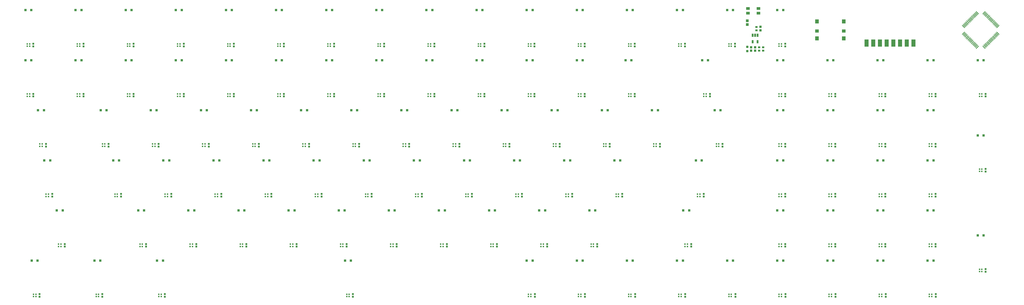
<source format=gtp>
G04*
G04 #@! TF.GenerationSoftware,Altium Limited,CircuitMaker,2.2.1 (2.2.1.6)*
G04*
G04 Layer_Color=7318015*
%FSLAX25Y25*%
%MOIN*%
G70*
G04*
G04 #@! TF.SameCoordinates,51275918-D11F-4CD5-9039-D10E8471D0EB*
G04*
G04*
G04 #@! TF.FilePolarity,Positive*
G04*
G01*
G75*
%ADD17R,0.05512X0.05905*%
%ADD18R,0.05512X0.05118*%
%ADD19R,0.05905X0.10630*%
%ADD20R,0.05315X0.03937*%
%ADD21R,0.03937X0.04134*%
%ADD22R,0.03543X0.03347*%
%ADD23R,0.03543X0.03150*%
%ADD24R,0.02756X0.05118*%
G04:AMPARAMS|DCode=25|XSize=31.5mil|YSize=31.5mil|CornerRadius=3.15mil|HoleSize=0mil|Usage=FLASHONLY|Rotation=0.000|XOffset=0mil|YOffset=0mil|HoleType=Round|Shape=RoundedRectangle|*
%AMROUNDEDRECTD25*
21,1,0.03150,0.02520,0,0,0.0*
21,1,0.02520,0.03150,0,0,0.0*
1,1,0.00630,0.01260,-0.01260*
1,1,0.00630,-0.01260,-0.01260*
1,1,0.00630,-0.01260,0.01260*
1,1,0.00630,0.01260,0.01260*
%
%ADD25ROUNDEDRECTD25*%
G04:AMPARAMS|DCode=26|XSize=9.84mil|YSize=61.02mil|CornerRadius=0mil|HoleSize=0mil|Usage=FLASHONLY|Rotation=135.000|XOffset=0mil|YOffset=0mil|HoleType=Round|Shape=Round|*
%AMOVALD26*
21,1,0.05118,0.00984,0.00000,0.00000,225.0*
1,1,0.00984,0.01810,0.01810*
1,1,0.00984,-0.01810,-0.01810*
%
%ADD26OVALD26*%

G04:AMPARAMS|DCode=27|XSize=9.84mil|YSize=61.02mil|CornerRadius=0mil|HoleSize=0mil|Usage=FLASHONLY|Rotation=225.000|XOffset=0mil|YOffset=0mil|HoleType=Round|Shape=Round|*
%AMOVALD27*
21,1,0.05118,0.00984,0.00000,0.00000,315.0*
1,1,0.00984,-0.01810,0.01810*
1,1,0.00984,0.01810,-0.01810*
%
%ADD27OVALD27*%

%ADD28R,0.02913X0.03071*%
%ADD29R,0.01968X0.01968*%
%ADD30R,0.03268X0.03268*%
D17*
X1318110Y530118D02*
D03*
X1358268D02*
D03*
Y504528D02*
D03*
X1318110D02*
D03*
D18*
Y515551D02*
D03*
X1358268D02*
D03*
D19*
X1402323Y497638D02*
D03*
X1412323D02*
D03*
X1422323D02*
D03*
X1432323D02*
D03*
X1442323D02*
D03*
X1452323D02*
D03*
X1462323D02*
D03*
X1392323D02*
D03*
D20*
X1215158Y542323D02*
D03*
Y549409D02*
D03*
X1230906Y549409D02*
D03*
Y542323D02*
D03*
D21*
X1214173Y525197D02*
D03*
Y531102D02*
D03*
D22*
X1233858Y521850D02*
D03*
Y516732D02*
D03*
X1225984Y491339D02*
D03*
Y486221D02*
D03*
X1220079Y491339D02*
D03*
Y486221D02*
D03*
D23*
X1227953Y521752D02*
D03*
Y516831D02*
D03*
X1231890Y486319D02*
D03*
Y491240D02*
D03*
X1237795D02*
D03*
Y486319D02*
D03*
D24*
X1229724Y499803D02*
D03*
X1222244D02*
D03*
Y509252D02*
D03*
X1225984D02*
D03*
X1229724D02*
D03*
D25*
X1214173Y485630D02*
D03*
Y491929D02*
D03*
D26*
X1568932Y541751D02*
D03*
X1557657Y491502D02*
D03*
X1567540Y543143D02*
D03*
X1585635Y525048D02*
D03*
X1588419Y522264D02*
D03*
X1587027Y523656D02*
D03*
X1584243Y526440D02*
D03*
X1582851Y527832D02*
D03*
X1581459Y529224D02*
D03*
X1580067Y530616D02*
D03*
X1578675Y532008D02*
D03*
X1577283Y533400D02*
D03*
X1575891Y534792D02*
D03*
X1574500Y536184D02*
D03*
X1573108Y537576D02*
D03*
X1571716Y538968D02*
D03*
X1570324Y540359D02*
D03*
X1536778Y512381D02*
D03*
X1538170Y510990D02*
D03*
X1539562Y509597D02*
D03*
X1540954Y508206D02*
D03*
X1542346Y506814D02*
D03*
X1543738Y505422D02*
D03*
X1545130Y504030D02*
D03*
X1546521Y502638D02*
D03*
X1547913Y501246D02*
D03*
X1549305Y499854D02*
D03*
X1550697Y498462D02*
D03*
X1552089Y497070D02*
D03*
X1553481Y495678D02*
D03*
X1554873Y494286D02*
D03*
X1556265Y492894D02*
D03*
D27*
X1538170Y523656D02*
D03*
X1536778Y522264D02*
D03*
X1584243Y508206D02*
D03*
X1567540Y491502D02*
D03*
X1568932Y492894D02*
D03*
X1570324Y494286D02*
D03*
X1571716Y495678D02*
D03*
X1573108Y497070D02*
D03*
X1574500Y498462D02*
D03*
X1575891Y499854D02*
D03*
X1577283Y501246D02*
D03*
X1578675Y502638D02*
D03*
X1580067Y504030D02*
D03*
X1581459Y505422D02*
D03*
X1582851Y506814D02*
D03*
X1585635Y509597D02*
D03*
X1587027Y510990D02*
D03*
X1588419Y512381D02*
D03*
X1557657Y543143D02*
D03*
X1556265Y541751D02*
D03*
X1554873Y540359D02*
D03*
X1553481Y538968D02*
D03*
X1552089Y537576D02*
D03*
X1550697Y536184D02*
D03*
X1549305Y534792D02*
D03*
X1547913Y533400D02*
D03*
X1546521Y532008D02*
D03*
X1545130Y530616D02*
D03*
X1543738Y529224D02*
D03*
X1542346Y527832D02*
D03*
X1540954Y526440D02*
D03*
X1539562Y525048D02*
D03*
D28*
X148721Y496614D02*
D03*
Y492756D02*
D03*
X223524Y496614D02*
D03*
Y492756D02*
D03*
X298327Y496614D02*
D03*
Y492756D02*
D03*
X373130Y496614D02*
D03*
Y492756D02*
D03*
X447933Y496614D02*
D03*
Y492756D02*
D03*
X522736Y496614D02*
D03*
Y492756D02*
D03*
X597539Y496614D02*
D03*
Y492756D02*
D03*
X672342Y496614D02*
D03*
Y492756D02*
D03*
X747146Y496614D02*
D03*
Y492756D02*
D03*
X821949Y496614D02*
D03*
Y492756D02*
D03*
X896752Y496614D02*
D03*
Y492756D02*
D03*
X971555Y496614D02*
D03*
Y492756D02*
D03*
X1046358Y496614D02*
D03*
Y492756D02*
D03*
X1121161Y496614D02*
D03*
Y492756D02*
D03*
X1195965Y496614D02*
D03*
Y492756D02*
D03*
X1270768Y496614D02*
D03*
Y492756D02*
D03*
X148721Y421811D02*
D03*
Y417953D02*
D03*
X223524Y421811D02*
D03*
Y417953D02*
D03*
X298327Y421811D02*
D03*
Y417953D02*
D03*
X373130Y421811D02*
D03*
Y417953D02*
D03*
X447933Y421811D02*
D03*
Y417953D02*
D03*
X522736Y421811D02*
D03*
Y417953D02*
D03*
X597539Y421811D02*
D03*
Y417953D02*
D03*
X672342Y421811D02*
D03*
Y417953D02*
D03*
X747146Y421811D02*
D03*
Y417953D02*
D03*
X821949Y421811D02*
D03*
Y417953D02*
D03*
X896752Y421811D02*
D03*
Y417953D02*
D03*
X971555Y421811D02*
D03*
Y417953D02*
D03*
X1046358Y421811D02*
D03*
Y417953D02*
D03*
X1158563Y421811D02*
D03*
Y417953D02*
D03*
X1270768Y421811D02*
D03*
Y417953D02*
D03*
X1345571Y421811D02*
D03*
Y417953D02*
D03*
X1420374Y421811D02*
D03*
Y417953D02*
D03*
X1495177Y421811D02*
D03*
Y417953D02*
D03*
X1569980Y421811D02*
D03*
Y417953D02*
D03*
X167421Y347008D02*
D03*
Y343150D02*
D03*
X260925Y347008D02*
D03*
Y343150D02*
D03*
X335728Y347008D02*
D03*
Y343150D02*
D03*
X410532Y347008D02*
D03*
Y343150D02*
D03*
X485335Y347008D02*
D03*
Y343150D02*
D03*
X560138Y347008D02*
D03*
Y343150D02*
D03*
X634941Y347008D02*
D03*
Y343150D02*
D03*
X709744Y347008D02*
D03*
Y343150D02*
D03*
X784547Y347008D02*
D03*
Y343150D02*
D03*
X859350Y347008D02*
D03*
Y343150D02*
D03*
X934153Y347008D02*
D03*
Y343150D02*
D03*
X1008957Y347008D02*
D03*
Y343150D02*
D03*
X1083760Y347008D02*
D03*
Y343150D02*
D03*
X1177264Y347008D02*
D03*
Y343150D02*
D03*
X1270768Y347008D02*
D03*
Y343150D02*
D03*
X1345571Y347008D02*
D03*
Y343150D02*
D03*
X1420374Y347008D02*
D03*
Y343150D02*
D03*
X1495177Y347008D02*
D03*
Y343150D02*
D03*
X1569980Y309606D02*
D03*
Y305748D02*
D03*
X176772Y272205D02*
D03*
Y268347D02*
D03*
X279626Y272205D02*
D03*
Y268347D02*
D03*
X354429Y272205D02*
D03*
Y268347D02*
D03*
X429232Y272205D02*
D03*
Y268347D02*
D03*
X504035Y272205D02*
D03*
Y268347D02*
D03*
X578839Y272205D02*
D03*
Y268347D02*
D03*
X653642Y272205D02*
D03*
Y268347D02*
D03*
X728445Y272205D02*
D03*
Y268347D02*
D03*
X803228Y272205D02*
D03*
Y268347D02*
D03*
X878051Y272205D02*
D03*
Y268347D02*
D03*
X952854Y272205D02*
D03*
Y268347D02*
D03*
X1027658Y272205D02*
D03*
Y268347D02*
D03*
X1149213Y272205D02*
D03*
Y268347D02*
D03*
X1270768Y272205D02*
D03*
Y268347D02*
D03*
X1345571Y272205D02*
D03*
Y268347D02*
D03*
X1420374Y272205D02*
D03*
Y268347D02*
D03*
X1495177Y272205D02*
D03*
Y268347D02*
D03*
X195472Y197402D02*
D03*
Y193543D02*
D03*
X317028Y197402D02*
D03*
Y193543D02*
D03*
X391831Y197402D02*
D03*
Y193543D02*
D03*
X466634Y197402D02*
D03*
Y193543D02*
D03*
X541437Y197402D02*
D03*
Y193543D02*
D03*
X616240Y197402D02*
D03*
Y193543D02*
D03*
X691043Y197402D02*
D03*
Y193543D02*
D03*
X765846Y197402D02*
D03*
Y193543D02*
D03*
X840650Y197402D02*
D03*
Y193543D02*
D03*
X915453Y197402D02*
D03*
Y193543D02*
D03*
X990256Y197402D02*
D03*
Y193543D02*
D03*
X1130512Y197402D02*
D03*
Y193543D02*
D03*
X1270768Y197402D02*
D03*
Y193543D02*
D03*
X1345571Y197402D02*
D03*
Y193543D02*
D03*
X1420374Y197402D02*
D03*
Y193543D02*
D03*
X1495177Y197402D02*
D03*
Y193543D02*
D03*
X1569980Y160000D02*
D03*
Y156142D02*
D03*
X158071Y122598D02*
D03*
Y118740D02*
D03*
X251575Y122598D02*
D03*
Y118740D02*
D03*
X345079Y122598D02*
D03*
Y118740D02*
D03*
X625591Y122598D02*
D03*
Y118740D02*
D03*
X897244Y122598D02*
D03*
Y118740D02*
D03*
X972047Y122598D02*
D03*
Y118740D02*
D03*
X1046850Y122598D02*
D03*
Y118740D02*
D03*
X1121653Y122598D02*
D03*
Y118740D02*
D03*
X1196457Y122598D02*
D03*
Y118740D02*
D03*
X1271260Y122598D02*
D03*
Y118740D02*
D03*
X1346063Y122598D02*
D03*
Y118740D02*
D03*
X1420866Y122598D02*
D03*
Y118740D02*
D03*
X1495669Y122598D02*
D03*
Y118740D02*
D03*
D29*
X1186811Y118898D02*
D03*
X1261614D02*
D03*
X1336417D02*
D03*
X1411220D02*
D03*
X1336417Y193701D02*
D03*
X1411220D02*
D03*
X1486024D02*
D03*
X1560827Y156299D02*
D03*
X148917Y118898D02*
D03*
X335925D02*
D03*
X616437D02*
D03*
X887598D02*
D03*
X962402D02*
D03*
X1037205D02*
D03*
X1112008D02*
D03*
X307874Y193701D02*
D03*
X382677D02*
D03*
X457480D02*
D03*
X532283D02*
D03*
X607087D02*
D03*
X681890D02*
D03*
X756693D02*
D03*
X831496D02*
D03*
X906299D02*
D03*
X981102D02*
D03*
X1121358D02*
D03*
X1261614D02*
D03*
X644488Y268504D02*
D03*
X719291D02*
D03*
X794095D02*
D03*
X868898D02*
D03*
X943701D02*
D03*
X1018504D02*
D03*
X1140059D02*
D03*
X1261614D02*
D03*
X1336417D02*
D03*
X1411220D02*
D03*
X1486024D02*
D03*
X186319Y193701D02*
D03*
X1168110Y343307D02*
D03*
X1261614D02*
D03*
X1336417D02*
D03*
X1411220D02*
D03*
X1486024D02*
D03*
X1560827Y305906D02*
D03*
X167618Y268504D02*
D03*
X270472D02*
D03*
X345276D02*
D03*
X420079D02*
D03*
X494882D02*
D03*
X569685D02*
D03*
X251772Y343307D02*
D03*
X326575D02*
D03*
X401378D02*
D03*
X476181D02*
D03*
X550984D02*
D03*
X625787D02*
D03*
X700591D02*
D03*
X775394D02*
D03*
X850197D02*
D03*
X925000D02*
D03*
X999803D02*
D03*
X1074606D02*
D03*
X737992Y418110D02*
D03*
X812795D02*
D03*
X887598D02*
D03*
X962402D02*
D03*
X1037205D02*
D03*
X1149409D02*
D03*
X1261614D02*
D03*
X1336417D02*
D03*
X1411220D02*
D03*
X1486024D02*
D03*
X1560827D02*
D03*
X158268Y343307D02*
D03*
X1037205Y492913D02*
D03*
X1112008D02*
D03*
X1186811D02*
D03*
X1261614D02*
D03*
X139567Y418110D02*
D03*
X289173D02*
D03*
X363976D02*
D03*
X438779D02*
D03*
X513583D02*
D03*
X588386D02*
D03*
X663189D02*
D03*
X139567Y492913D02*
D03*
X214370D02*
D03*
X289173D02*
D03*
X363976D02*
D03*
X438779D02*
D03*
X513583D02*
D03*
X588386D02*
D03*
X663189D02*
D03*
X737992D02*
D03*
X812795D02*
D03*
X887598D02*
D03*
X962402D02*
D03*
X1486024Y118898D02*
D03*
X242421D02*
D03*
X214370Y418110D02*
D03*
X1489567Y122441D02*
D03*
X217913Y421654D02*
D03*
X214370D02*
D03*
X217913Y418110D02*
D03*
X245965Y122441D02*
D03*
X242421D02*
D03*
X245965Y118898D02*
D03*
X1486024Y122441D02*
D03*
X1489567Y118898D02*
D03*
X965945Y496457D02*
D03*
X962402D02*
D03*
X965945Y492913D02*
D03*
X891142Y496457D02*
D03*
X887598D02*
D03*
X891142Y492913D02*
D03*
X816339Y496457D02*
D03*
X812795D02*
D03*
X816339Y492913D02*
D03*
X741535Y496457D02*
D03*
X737992D02*
D03*
X741535Y492913D02*
D03*
X666732Y496457D02*
D03*
X663189D02*
D03*
X666732Y492913D02*
D03*
X591929Y496457D02*
D03*
X588386D02*
D03*
X591929Y492913D02*
D03*
X517126Y496457D02*
D03*
X513583D02*
D03*
X517126Y492913D02*
D03*
X442323Y496457D02*
D03*
X438779D02*
D03*
X442323Y492913D02*
D03*
X367520Y496457D02*
D03*
X363976D02*
D03*
X367520Y492913D02*
D03*
X292717Y496457D02*
D03*
X289173D02*
D03*
X292717Y492913D02*
D03*
X217913Y496457D02*
D03*
X214370D02*
D03*
X217913Y492913D02*
D03*
X143110Y496457D02*
D03*
X139567D02*
D03*
X143110Y492913D02*
D03*
X666732Y421654D02*
D03*
X663189D02*
D03*
X666732Y418110D02*
D03*
X591929Y421654D02*
D03*
X588386D02*
D03*
X591929Y418110D02*
D03*
X517126Y421654D02*
D03*
X513583D02*
D03*
X517126Y418110D02*
D03*
X442323Y421654D02*
D03*
X438779D02*
D03*
X442323Y418110D02*
D03*
X367520Y421654D02*
D03*
X363976D02*
D03*
X367520Y418110D02*
D03*
X292717Y421654D02*
D03*
X289173D02*
D03*
X292717Y418110D02*
D03*
X143110Y421654D02*
D03*
X139567D02*
D03*
X143110Y418110D02*
D03*
X1265158Y496457D02*
D03*
X1261614D02*
D03*
X1265158Y492913D02*
D03*
X1190354Y496457D02*
D03*
X1186811D02*
D03*
X1190354Y492913D02*
D03*
X1115551Y496457D02*
D03*
X1112008D02*
D03*
X1115551Y492913D02*
D03*
X1040748Y496457D02*
D03*
X1037205D02*
D03*
X1040748Y492913D02*
D03*
X161811Y346850D02*
D03*
X158268D02*
D03*
X161811Y343307D02*
D03*
X1564370Y421654D02*
D03*
X1560827D02*
D03*
X1564370Y418110D02*
D03*
X1489567Y421654D02*
D03*
X1486024D02*
D03*
X1489567Y418110D02*
D03*
X1414764Y421654D02*
D03*
X1411220D02*
D03*
X1414764Y418110D02*
D03*
X1339961Y421654D02*
D03*
X1336417D02*
D03*
X1339961Y418110D02*
D03*
X1265158Y421654D02*
D03*
X1261614D02*
D03*
X1265158Y418110D02*
D03*
X1152953Y421654D02*
D03*
X1149409D02*
D03*
X1152953Y418110D02*
D03*
X1040748Y421654D02*
D03*
X1037205D02*
D03*
X1040748Y418110D02*
D03*
X965945Y421654D02*
D03*
X962402D02*
D03*
X965945Y418110D02*
D03*
X891142Y421654D02*
D03*
X887598D02*
D03*
X891142Y418110D02*
D03*
X816339Y421654D02*
D03*
X812795D02*
D03*
X816339Y418110D02*
D03*
X741535Y421654D02*
D03*
X737992D02*
D03*
X741535Y418110D02*
D03*
X1078150Y346850D02*
D03*
X1074606D02*
D03*
X1078150Y343307D02*
D03*
X1003347Y346850D02*
D03*
X999803D02*
D03*
X1003347Y343307D02*
D03*
X928543Y346850D02*
D03*
X925000D02*
D03*
X928543Y343307D02*
D03*
X853740Y346850D02*
D03*
X850197D02*
D03*
X853740Y343307D02*
D03*
X778937Y346850D02*
D03*
X775394D02*
D03*
X778937Y343307D02*
D03*
X704134Y346850D02*
D03*
X700591D02*
D03*
X704134Y343307D02*
D03*
X629331Y346850D02*
D03*
X625787D02*
D03*
X629331Y343307D02*
D03*
X554528Y346850D02*
D03*
X550984D02*
D03*
X554528Y343307D02*
D03*
X479724Y346850D02*
D03*
X476181D02*
D03*
X479724Y343307D02*
D03*
X404921Y346850D02*
D03*
X401378D02*
D03*
X404921Y343307D02*
D03*
X330118Y346850D02*
D03*
X326575D02*
D03*
X330118Y343307D02*
D03*
X255315Y346850D02*
D03*
X251772D02*
D03*
X255315Y343307D02*
D03*
X573228Y272047D02*
D03*
X569685D02*
D03*
X573228Y268504D02*
D03*
X498425Y272047D02*
D03*
X494882D02*
D03*
X498425Y268504D02*
D03*
X423622Y272047D02*
D03*
X420079D02*
D03*
X423622Y268504D02*
D03*
X348819Y272047D02*
D03*
X345276D02*
D03*
X348819Y268504D02*
D03*
X274016Y272047D02*
D03*
X270472D02*
D03*
X274016Y268504D02*
D03*
X171161Y272047D02*
D03*
X167618D02*
D03*
X171161Y268504D02*
D03*
X1564370Y309449D02*
D03*
X1560827D02*
D03*
X1564370Y305906D02*
D03*
X1489567Y346850D02*
D03*
X1486024D02*
D03*
X1489567Y343307D02*
D03*
X1414764Y346850D02*
D03*
X1411220D02*
D03*
X1414764Y343307D02*
D03*
X1339961Y346850D02*
D03*
X1336417D02*
D03*
X1339961Y343307D02*
D03*
X1265158Y346850D02*
D03*
X1261614D02*
D03*
X1265158Y343307D02*
D03*
X1171653Y346850D02*
D03*
X1168110D02*
D03*
X1171653Y343307D02*
D03*
X189862Y197244D02*
D03*
X186319D02*
D03*
X189862Y193701D02*
D03*
X1489567Y272047D02*
D03*
X1486024D02*
D03*
X1489567Y268504D02*
D03*
X1414764Y272047D02*
D03*
X1411220D02*
D03*
X1414764Y268504D02*
D03*
X1339961Y272047D02*
D03*
X1336417D02*
D03*
X1339961Y268504D02*
D03*
X1265158Y272047D02*
D03*
X1261614D02*
D03*
X1265158Y268504D02*
D03*
X1143602Y272047D02*
D03*
X1140059D02*
D03*
X1143602Y268504D02*
D03*
X1022047Y272047D02*
D03*
X1018504D02*
D03*
X1022047Y268504D02*
D03*
X947244Y272047D02*
D03*
X943701D02*
D03*
X947244Y268504D02*
D03*
X872441Y272047D02*
D03*
X868898D02*
D03*
X872441Y268504D02*
D03*
X797638Y272047D02*
D03*
X794095D02*
D03*
X797638Y268504D02*
D03*
X722835Y272047D02*
D03*
X719291D02*
D03*
X722835Y268504D02*
D03*
X648032Y272047D02*
D03*
X644488D02*
D03*
X648032Y268504D02*
D03*
X1265158Y197244D02*
D03*
X1261614D02*
D03*
X1265158Y193701D02*
D03*
X1124902Y197244D02*
D03*
X1121358D02*
D03*
X1124902Y193701D02*
D03*
X984646Y197244D02*
D03*
X981102D02*
D03*
X984646Y193701D02*
D03*
X909842Y197244D02*
D03*
X906299D02*
D03*
X909842Y193701D02*
D03*
X835039Y197244D02*
D03*
X831496D02*
D03*
X835039Y193701D02*
D03*
X760236Y197244D02*
D03*
X756693D02*
D03*
X760236Y193701D02*
D03*
X685433Y197244D02*
D03*
X681890D02*
D03*
X685433Y193701D02*
D03*
X610630Y197244D02*
D03*
X607087D02*
D03*
X610630Y193701D02*
D03*
X535827Y197244D02*
D03*
X532283D02*
D03*
X535827Y193701D02*
D03*
X461024Y197244D02*
D03*
X457480D02*
D03*
X461024Y193701D02*
D03*
X386221Y197244D02*
D03*
X382677D02*
D03*
X386221Y193701D02*
D03*
X311417Y197244D02*
D03*
X307874D02*
D03*
X311417Y193701D02*
D03*
X1115551Y122441D02*
D03*
X1112008D02*
D03*
X1115551Y118898D02*
D03*
X1040748Y122441D02*
D03*
X1037205D02*
D03*
X1040748Y118898D02*
D03*
X965945Y122441D02*
D03*
X962402D02*
D03*
X965945Y118898D02*
D03*
X891142Y122441D02*
D03*
X887598D02*
D03*
X891142Y118898D02*
D03*
X619980Y122441D02*
D03*
X616437D02*
D03*
X619980Y118898D02*
D03*
X339469Y122441D02*
D03*
X335925D02*
D03*
X339469Y118898D02*
D03*
X152461Y122441D02*
D03*
X148917D02*
D03*
X152461Y118898D02*
D03*
X1564370Y159843D02*
D03*
X1560827D02*
D03*
X1564370Y156299D02*
D03*
X1489567Y197244D02*
D03*
X1486024D02*
D03*
X1489567Y193701D02*
D03*
X1414764Y197244D02*
D03*
X1411220D02*
D03*
X1414764Y193701D02*
D03*
X1339961Y197244D02*
D03*
X1336417D02*
D03*
X1339961Y193701D02*
D03*
X1414764Y122441D02*
D03*
X1411220D02*
D03*
X1414764Y118898D02*
D03*
X1339961Y122441D02*
D03*
X1336417D02*
D03*
X1339961Y118898D02*
D03*
X1265158Y122441D02*
D03*
X1261614D02*
D03*
X1265158Y118898D02*
D03*
X1190354Y122441D02*
D03*
X1186811D02*
D03*
X1190354Y118898D02*
D03*
D30*
X155079Y172835D02*
D03*
X146299D02*
D03*
X1267776Y546850D02*
D03*
X1258996D02*
D03*
X1192972D02*
D03*
X1184193D02*
D03*
X1118169D02*
D03*
X1109390D02*
D03*
X1043366D02*
D03*
X1034587D02*
D03*
X968563D02*
D03*
X959783D02*
D03*
X893760D02*
D03*
X884980D02*
D03*
X818957D02*
D03*
X810177D02*
D03*
X744153D02*
D03*
X735374D02*
D03*
X669350D02*
D03*
X660571D02*
D03*
X594547D02*
D03*
X585768D02*
D03*
X519744D02*
D03*
X510965D02*
D03*
X444941D02*
D03*
X436161D02*
D03*
X370138D02*
D03*
X361358D02*
D03*
X295335D02*
D03*
X286555D02*
D03*
X220532D02*
D03*
X211752D02*
D03*
X145728D02*
D03*
X136949D02*
D03*
X1566988Y472047D02*
D03*
X1558209D02*
D03*
X1492185D02*
D03*
X1483405D02*
D03*
X1417382D02*
D03*
X1408602D02*
D03*
X1342579D02*
D03*
X1333799D02*
D03*
X1267776D02*
D03*
X1258996D02*
D03*
X1155571D02*
D03*
X1146791D02*
D03*
X1041398D02*
D03*
X1032618D02*
D03*
X968563D02*
D03*
X959783D02*
D03*
X893760D02*
D03*
X884980D02*
D03*
X818957D02*
D03*
X810177D02*
D03*
X744153D02*
D03*
X735374D02*
D03*
X669350D02*
D03*
X660571D02*
D03*
X594547D02*
D03*
X585768D02*
D03*
X519744D02*
D03*
X510965D02*
D03*
X444941D02*
D03*
X436161D02*
D03*
X370138D02*
D03*
X361358D02*
D03*
X295335D02*
D03*
X286555D02*
D03*
X220532D02*
D03*
X211752D02*
D03*
X145728D02*
D03*
X136949D02*
D03*
X1566988Y359842D02*
D03*
X1558209D02*
D03*
X1492185Y397244D02*
D03*
X1483405D02*
D03*
X1417382D02*
D03*
X1408602D02*
D03*
X1342579D02*
D03*
X1333799D02*
D03*
X1267776D02*
D03*
X1258996D02*
D03*
X1174272D02*
D03*
X1165492D02*
D03*
X1080768D02*
D03*
X1071988D02*
D03*
X1005965D02*
D03*
X997185D02*
D03*
X931161D02*
D03*
X922382D02*
D03*
X856358D02*
D03*
X847579D02*
D03*
X781555D02*
D03*
X772776D02*
D03*
X706752D02*
D03*
X697972D02*
D03*
X631949D02*
D03*
X623169D02*
D03*
X557146D02*
D03*
X548366D02*
D03*
X482342D02*
D03*
X473563D02*
D03*
X407539D02*
D03*
X398760D02*
D03*
X332736D02*
D03*
X323957D02*
D03*
X257933D02*
D03*
X249153D02*
D03*
X164429D02*
D03*
X155650D02*
D03*
X1492185Y322441D02*
D03*
X1483405D02*
D03*
X1417382D02*
D03*
X1408602D02*
D03*
X1342579D02*
D03*
X1333799D02*
D03*
X1267776D02*
D03*
X1258996D02*
D03*
X1146220D02*
D03*
X1137441D02*
D03*
X1024665D02*
D03*
X1015886D02*
D03*
X949862D02*
D03*
X941083D02*
D03*
X875059D02*
D03*
X866280D02*
D03*
X800256D02*
D03*
X791476D02*
D03*
X725453D02*
D03*
X716673D02*
D03*
X650650D02*
D03*
X641870D02*
D03*
X575846D02*
D03*
X567067D02*
D03*
X501043D02*
D03*
X492264D02*
D03*
X426240D02*
D03*
X417461D02*
D03*
X351437D02*
D03*
X342657D02*
D03*
X276634D02*
D03*
X267854D02*
D03*
X173779D02*
D03*
X165000D02*
D03*
X1566988Y210236D02*
D03*
X1558209D02*
D03*
X1492185Y247638D02*
D03*
X1483405D02*
D03*
X1417382D02*
D03*
X1408602D02*
D03*
X1342579D02*
D03*
X1333799D02*
D03*
X1267776D02*
D03*
X1258996D02*
D03*
X1127520D02*
D03*
X1118740D02*
D03*
X987264D02*
D03*
X978484D02*
D03*
X912461D02*
D03*
X903681D02*
D03*
X837658D02*
D03*
X828878D02*
D03*
X762854D02*
D03*
X754075D02*
D03*
X688051D02*
D03*
X679272D02*
D03*
X613248D02*
D03*
X604468D02*
D03*
X538445D02*
D03*
X529665D02*
D03*
X463642D02*
D03*
X454862D02*
D03*
X388839D02*
D03*
X380059D02*
D03*
X314035D02*
D03*
X305256D02*
D03*
X192480D02*
D03*
X183701D02*
D03*
X1492185Y172835D02*
D03*
X1483405D02*
D03*
X1417382D02*
D03*
X1408602D02*
D03*
X1342579D02*
D03*
X1333799D02*
D03*
X1267776D02*
D03*
X1258996D02*
D03*
X1192972D02*
D03*
X1184193D02*
D03*
X1118169D02*
D03*
X1109390D02*
D03*
X1043366D02*
D03*
X1034587D02*
D03*
X968563D02*
D03*
X959783D02*
D03*
X893760D02*
D03*
X884980D02*
D03*
X622709D02*
D03*
X613929D02*
D03*
X342087D02*
D03*
X333307D02*
D03*
X248583D02*
D03*
X239803D02*
D03*
M02*

</source>
